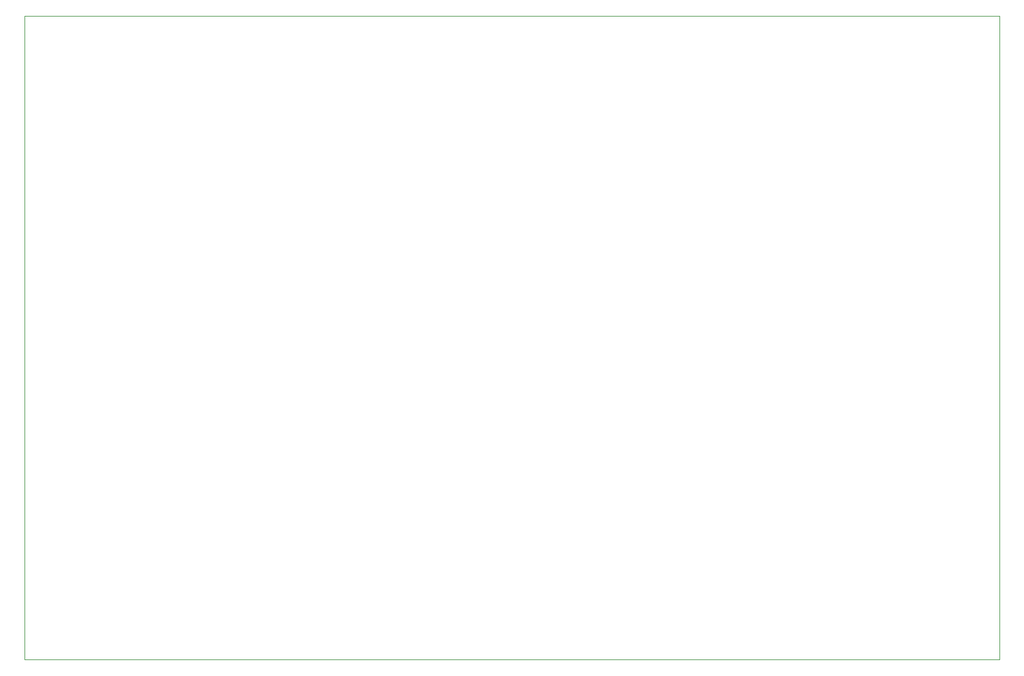
<source format=gbr>
%TF.GenerationSoftware,KiCad,Pcbnew,(5.1.12)-1*%
%TF.CreationDate,2021-11-30T12:40:22+01:00*%
%TF.ProjectId,cwater,63776174-6572-42e6-9b69-6361645f7063,rev?*%
%TF.SameCoordinates,Original*%
%TF.FileFunction,Profile,NP*%
%FSLAX46Y46*%
G04 Gerber Fmt 4.6, Leading zero omitted, Abs format (unit mm)*
G04 Created by KiCad (PCBNEW (5.1.12)-1) date 2021-11-30 12:40:22*
%MOMM*%
%LPD*%
G01*
G04 APERTURE LIST*
%TA.AperFunction,Profile*%
%ADD10C,0.050000*%
%TD*%
G04 APERTURE END LIST*
D10*
X55880000Y-152400000D02*
X190500000Y-152400000D01*
X55880000Y-63500000D02*
X190500000Y-63500000D01*
X55880000Y-63500000D02*
X55880000Y-152400000D01*
X190500000Y-152400000D02*
X190500000Y-63500000D01*
M02*

</source>
